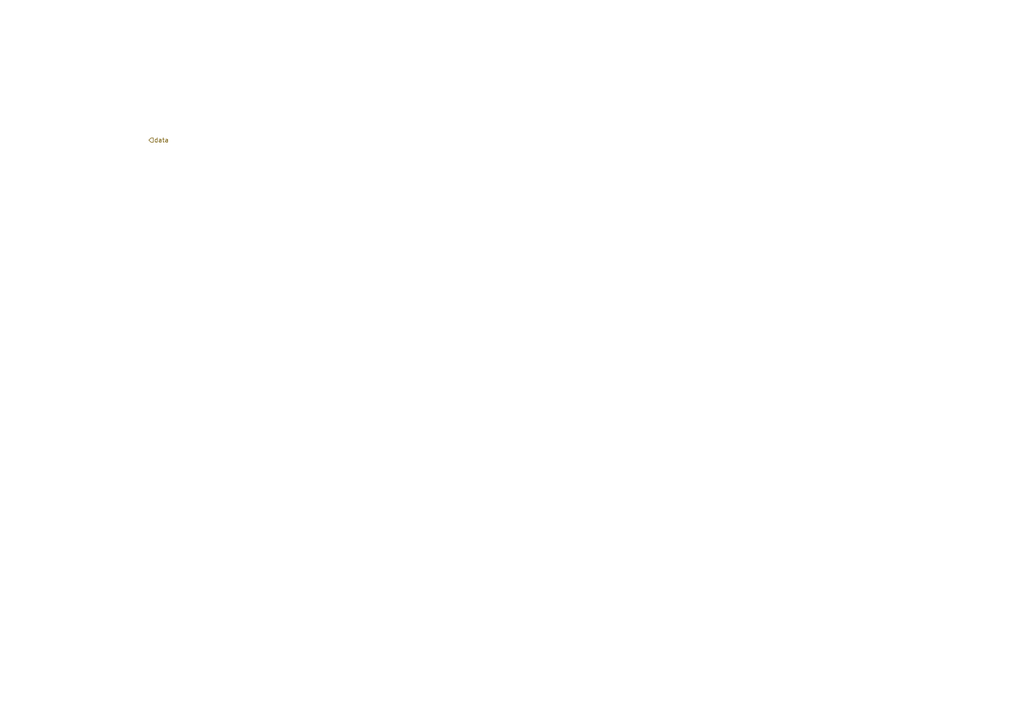
<source format=kicad_sch>
(kicad_sch
	(version 20231120)
	(generator "eeschema")
	(generator_version "8.0")
	(uuid "0fd0bbbb-d22f-43f7-93d7-78cd0648f2c7")
	(paper "A4")
	(title_block
		(date "2024-07-16")
		(company "Hans Märki, Märki Informatik")
		(comment 1 "The MIT License (MIT)")
	)
	(lib_symbols)
	(hierarchical_label "data"
		(shape input)
		(at 43.18 40.64 0)
		(effects
			(font
				(size 1.27 1.27)
			)
			(justify left)
		)
		(uuid "3f799c24-bbca-43b1-9d99-470db35265ee")
	)
)

</source>
